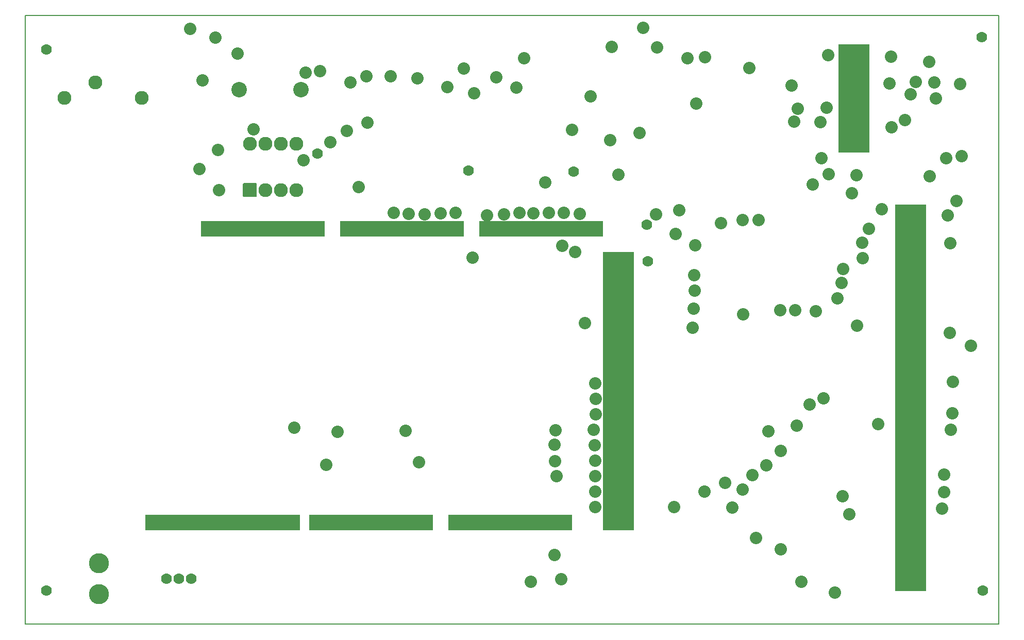
<source format=gbr>
G04 PROTEUS GERBER X2 FILE*
%TF.GenerationSoftware,Labcenter,Proteus,8.13-SP0-Build31525*%
%TF.CreationDate,2024-05-24T22:48:12+00:00*%
%TF.FileFunction,Soldermask,Bot*%
%TF.FilePolarity,Negative*%
%TF.Part,Single*%
%TF.SameCoordinates,{2b1c703f-e340-49a6-ac8d-334d6c9c77ef}*%
%FSLAX45Y45*%
%MOMM*%
G01*
%TA.AperFunction,Material*%
%ADD73C,2.032000*%
%ADD30C,1.778000*%
%AMPPAD025*
4,1,36,
-1.143000,1.270000,
1.143000,1.270000,
1.168970,1.267470,
1.192980,1.260200,
1.214580,1.248650,
1.233290,1.233290,
1.248650,1.214570,
1.260200,1.192980,
1.267470,1.168970,
1.270000,1.143000,
1.270000,-1.143000,
1.267470,-1.168970,
1.260200,-1.192980,
1.248650,-1.214570,
1.233290,-1.233290,
1.214580,-1.248650,
1.192980,-1.260200,
1.168970,-1.267470,
1.143000,-1.270000,
-1.143000,-1.270000,
-1.168970,-1.267470,
-1.192980,-1.260200,
-1.214580,-1.248650,
-1.233290,-1.233290,
-1.248650,-1.214570,
-1.260200,-1.192980,
-1.267470,-1.168970,
-1.270000,-1.143000,
-1.270000,1.143000,
-1.267470,1.168970,
-1.260200,1.192980,
-1.248650,1.214570,
-1.233290,1.233290,
-1.214580,1.248650,
-1.192980,1.260200,
-1.168970,1.267470,
-1.143000,1.270000,
0*%
%TA.AperFunction,Material*%
%ADD31PPAD025*%
%TA.AperFunction,Material*%
%ADD32C,2.540000*%
%ADD33C,3.302000*%
%AMPPAD028*
4,1,36,
-1.016000,1.143000,
1.016000,1.143000,
1.041970,1.140470,
1.065980,1.133200,
1.087580,1.121650,
1.106290,1.106290,
1.121650,1.087570,
1.133200,1.065980,
1.140470,1.041970,
1.143000,1.016000,
1.143000,-1.016000,
1.140470,-1.041970,
1.133200,-1.065980,
1.121650,-1.087570,
1.106290,-1.106290,
1.087580,-1.121650,
1.065980,-1.133200,
1.041970,-1.140470,
1.016000,-1.143000,
-1.016000,-1.143000,
-1.041970,-1.140470,
-1.065980,-1.133200,
-1.087580,-1.121650,
-1.106290,-1.106290,
-1.121650,-1.087570,
-1.133200,-1.065980,
-1.140470,-1.041970,
-1.143000,-1.016000,
-1.143000,1.016000,
-1.140470,1.041970,
-1.133200,1.065980,
-1.121650,1.087570,
-1.106290,1.106290,
-1.087580,1.121650,
-1.065980,1.133200,
-1.041970,1.140470,
-1.016000,1.143000,
0*%
%TA.AperFunction,Material*%
%ADD34PPAD028*%
%ADD35C,2.286000*%
%TA.AperFunction,Profile*%
%ADD25C,0.203200*%
%TD.AperFunction*%
D73*
X-1940031Y+1760529D03*
X-1700570Y+1743425D03*
X-1433478Y+1733650D03*
X-1168360Y+1750754D03*
X-922320Y+1758085D03*
X+3003184Y+482339D03*
X+2981521Y+187273D03*
X+2692400Y+1409700D03*
X+2968193Y-129926D03*
X+5867400Y+1498600D03*
X-1062724Y+3828137D03*
X+352233Y+1749233D03*
X+5763260Y+1010920D03*
X+1041400Y+1117600D03*
X+76200Y+3819055D03*
D30*
X-714659Y+2450221D03*
X+1012174Y+2431947D03*
D73*
X-5080000Y+3937000D03*
X-3427500Y+2620963D03*
X-787400Y+4127500D03*
X+3898896Y+4134990D03*
X+4592320Y+3848100D03*
X+1371600Y-3073400D03*
X+5539121Y-3191700D03*
X+1371600Y-2819400D03*
X+5429710Y-2901913D03*
X+3949700Y-2552700D03*
X+4013200Y-3583940D03*
X+3788598Y+1642534D03*
X+4652903Y+154988D03*
X+4053181Y+1642534D03*
X+4411838Y+160867D03*
X+1371600Y-2311306D03*
X+711200Y-2323783D03*
X+810000Y-4260000D03*
X+3789220Y-2789761D03*
X+1377606Y-1548604D03*
X+4888817Y-1391343D03*
X+1371600Y-2565400D03*
X+736600Y-2565400D03*
X+700000Y-3860000D03*
X+3619500Y-3086100D03*
X+1373665Y-1302215D03*
X+5118327Y-1289586D03*
X+5753100Y+1270000D03*
D30*
X+2214880Y+1562100D03*
X+2235200Y+965200D03*
D73*
X+6235700Y+3162300D03*
X-1991618Y+4002782D03*
X+2092960Y+3069498D03*
X+6072206Y+1813290D03*
X+5439833Y+839376D03*
X-3393416Y+4064024D03*
X+5343897Y+351297D03*
X+200660Y+4300220D03*
X+2882900Y+4297680D03*
X+7386515Y+2691423D03*
X-3152464Y+4089077D03*
X-4244340Y+3131820D03*
X-4832060Y+2788014D03*
X-4815597Y+2134199D03*
X-645764Y+1019421D03*
X-4511040Y+4373880D03*
X-5134996Y+2479696D03*
X-2519680Y+2184400D03*
X+5419201Y+608214D03*
X-255594Y+3988687D03*
X+1614408Y+2949192D03*
X+2747234Y+1803433D03*
X-1553697Y+3970803D03*
X+3027773Y+3556000D03*
X+3172820Y+4318012D03*
X+6852825Y+4238601D03*
X+6229585Y+4326795D03*
X+5664200Y+2379980D03*
X+6547681Y+3704839D03*
X+6633757Y+3909634D03*
X+6964105Y+3638702D03*
X+4413584Y-2152119D03*
X+4413584Y-3766820D03*
X+3498041Y-2675854D03*
X+7104260Y-2540000D03*
X+4216400Y-1828800D03*
X+7213600Y-1802359D03*
X+5198679Y+4349869D03*
X+3162300Y-2819400D03*
X+7104260Y-2832100D03*
X+1358900Y-2057400D03*
X+698500Y-2049920D03*
X-1530770Y-2336040D03*
X-3053080Y-2382520D03*
X+312420Y-4302760D03*
X+4182491Y-2392421D03*
X-2393004Y+4002716D03*
X-2655154Y+3898046D03*
X+1371301Y-1045063D03*
X-4871720Y+4635500D03*
X+7536395Y-430143D03*
X+7244080Y-1018540D03*
X+1640840Y+4483100D03*
X+2383932Y+4474477D03*
X+4695851Y+3466103D03*
X+5168893Y+3482347D03*
X+6935635Y+3901846D03*
X+7360920Y+3878580D03*
X+6860540Y+2362200D03*
X+7159092Y+1712611D03*
X+5201920Y+2390140D03*
X+1750060Y+2387279D03*
X-2374900Y+3241048D03*
X+4937760Y+2222500D03*
X+2662058Y-3073654D03*
X+7066463Y-3099749D03*
X+1346951Y-1803400D03*
X+714630Y-1814117D03*
X-1747520Y-1826260D03*
X-2866596Y-1840262D03*
X-3577550Y-1770828D03*
X-5288280Y+4777740D03*
X+2152187Y+4794848D03*
X+2997200Y+736600D03*
X+4678680Y-1737360D03*
X+4752591Y-4306803D03*
X+5306853Y-4481372D03*
X+7235077Y-1535980D03*
X+3007360Y+1224280D03*
X-407216Y+1716545D03*
X-133546Y+1733650D03*
X+121046Y+1758085D03*
X-2984500Y+2921000D03*
X-2712360Y+3101390D03*
D30*
X-3197202Y+2732424D03*
D73*
X+854829Y+1755795D03*
X+825500Y+1219200D03*
X+3435350Y+1585618D03*
X+3799887Y+92193D03*
X+7200900Y+1257300D03*
X+5583387Y+2082681D03*
X+7137400Y+2654300D03*
X+7302500Y+1955800D03*
X+7195765Y-217114D03*
X+1200542Y-56130D03*
X+4993640Y+142240D03*
X+546100Y+2260600D03*
X-625216Y+3720724D03*
X+1295400Y+3670300D03*
X+4639591Y+3254388D03*
X+5072332Y+3249685D03*
X+5087620Y+2659380D03*
X+6459925Y+3282611D03*
X+6205220Y+3883660D03*
X+2368454Y+1735158D03*
X+5670852Y-92147D03*
X+6017226Y-1709043D03*
X+990600Y+3119177D03*
X+1113100Y+1740981D03*
X+603871Y+1755795D03*
D31*
X-4978400Y+1498600D03*
X-4724400Y+1498600D03*
X-4470400Y+1498600D03*
X-4216400Y+1498600D03*
X-3962400Y+1498600D03*
X-3708400Y+1498600D03*
X-3454400Y+1498600D03*
X-3200400Y+1498600D03*
X-2692400Y+1498600D03*
X-2438400Y+1498600D03*
X-2184400Y+1498600D03*
X-1930400Y+1498600D03*
X-1676400Y+1498600D03*
X-1422400Y+1498600D03*
X-1168400Y+1498600D03*
X-914400Y+1498600D03*
X-406400Y+1498600D03*
X-152400Y+1498600D03*
X+101600Y+1498600D03*
X+355600Y+1498600D03*
X+609600Y+1498600D03*
X+863600Y+1498600D03*
X+1117600Y+1498600D03*
X+1371600Y+1498600D03*
X+1625600Y+990600D03*
X+1625600Y+736600D03*
X+1625600Y+482600D03*
X+1625600Y+228600D03*
X+1625600Y-25400D03*
X+1625600Y-279400D03*
X+1625600Y-533400D03*
X+1625600Y-787400D03*
X+1625600Y-1041400D03*
X+1625600Y-1295400D03*
X+1625600Y-1549400D03*
X+1625600Y-1803400D03*
X+1625600Y-2057400D03*
X+1625600Y-2311400D03*
X+1625600Y-2565400D03*
X+1625600Y-2819400D03*
X+1625600Y-3073400D03*
X+1625600Y-3327400D03*
X+1879600Y+990600D03*
X+1879600Y+736600D03*
X+1879600Y+482600D03*
X+1879600Y+228600D03*
X+1879600Y-25400D03*
X+1879600Y-279400D03*
X+1879600Y-533400D03*
X+1879600Y-787400D03*
X+1879600Y-1041400D03*
X+1879600Y-1295400D03*
X+1879600Y-1549400D03*
X+1879600Y-1803400D03*
X+1879600Y-2057400D03*
X+1879600Y-2311400D03*
X+1879600Y-2565400D03*
X+1879600Y-2819400D03*
X+1879600Y-3073400D03*
X+1879600Y-3327400D03*
X+863600Y-3327400D03*
X+609600Y-3327400D03*
X+355600Y-3327400D03*
X+101600Y-3327400D03*
X-152400Y-3327400D03*
X-406400Y-3327400D03*
X-660400Y-3327400D03*
X-914400Y-3327400D03*
X-1422400Y-3327400D03*
X-1676400Y-3327400D03*
X-1930400Y-3327400D03*
X-2184400Y-3327400D03*
X-2438400Y-3327400D03*
X-2692400Y-3327400D03*
X-2946400Y-3327400D03*
X-3200400Y-3327400D03*
X-3606800Y-3327400D03*
X-3860800Y-3327400D03*
X-4114800Y-3327400D03*
X-4368800Y-3327400D03*
X-4622800Y-3327400D03*
X-4876800Y-3327400D03*
X-5130800Y-3327400D03*
X-5384800Y-3327400D03*
X-5638800Y-3327400D03*
X-5892800Y-3327400D03*
D32*
X-4483100Y+3784600D03*
X-3467100Y+3784600D03*
D31*
X+5488940Y+4396740D03*
X+5742940Y+4396740D03*
X+5488940Y+4142740D03*
X+5742940Y+4142740D03*
X+5488940Y+3888740D03*
X+5742940Y+3888740D03*
X+5488940Y+3634740D03*
X+5742940Y+3634740D03*
X+5488940Y+3380740D03*
X+5742940Y+3380740D03*
X+5488940Y+3126740D03*
X+5742940Y+3126740D03*
X+5488940Y+2872740D03*
X+5742940Y+2872740D03*
D33*
X-6781800Y-4000500D03*
X-6781800Y-4508500D03*
D34*
X-4305300Y+2133600D03*
D35*
X-4051300Y+2133600D03*
X-3797300Y+2133600D03*
X-3543300Y+2133600D03*
X-3543300Y+2895600D03*
X-3797300Y+2895600D03*
X-4051300Y+2895600D03*
X-4305300Y+2895600D03*
D31*
X+6421120Y-4330700D03*
X+6675120Y-4330700D03*
X+6421120Y-4076700D03*
X+6675120Y-4076700D03*
X+6421120Y-3822700D03*
X+6675120Y-3822700D03*
X+6421120Y-3568700D03*
X+6675120Y-3568700D03*
X+6421120Y-3314700D03*
X+6675120Y-3314700D03*
X+6421120Y-3060700D03*
X+6675120Y-3060700D03*
X+6421120Y-2806700D03*
X+6675120Y-2806700D03*
X+6421120Y-2552700D03*
X+6675120Y-2552700D03*
X+6421120Y-2298700D03*
X+6675120Y-2298700D03*
X+6421120Y-2044700D03*
X+6675120Y-2044700D03*
X+6421120Y-1790700D03*
X+6675120Y-1790700D03*
X+6421120Y-1536700D03*
X+6675120Y-1536700D03*
X+6421120Y-1282700D03*
X+6675120Y-1282700D03*
X+6421120Y-1028700D03*
X+6675120Y-1028700D03*
X+6421120Y-774700D03*
X+6675120Y-774700D03*
X+6421120Y-520700D03*
X+6675120Y-520700D03*
X+6421120Y-266700D03*
X+6675120Y-266700D03*
X+6421120Y-12700D03*
X+6675120Y-12700D03*
X+6421120Y+241300D03*
X+6675120Y+241300D03*
X+6421120Y+495300D03*
X+6675120Y+495300D03*
X+6421120Y+749300D03*
X+6675120Y+749300D03*
X+6421120Y+1003300D03*
X+6675120Y+1003300D03*
X+6421120Y+1257300D03*
X+6675120Y+1257300D03*
X+6421120Y+1511300D03*
X+6675120Y+1511300D03*
X+6421120Y+1765300D03*
X+6675120Y+1765300D03*
D30*
X-5673700Y-4254500D03*
X-5473700Y-4254500D03*
X-5273700Y-4254500D03*
X-7645400Y-4445000D03*
X-7645400Y+4445000D03*
X+7721600Y+4648200D03*
X+7734300Y-4445000D03*
D35*
X-6083300Y+3644900D03*
X-7353300Y+3644900D03*
X-6845300Y+3898900D03*
D25*
X-8000000Y-5000000D02*
X+8000000Y-5000000D01*
X+8000000Y+5000000D01*
X-8000000Y+5000000D01*
X-8000000Y-5000000D01*
M02*

</source>
